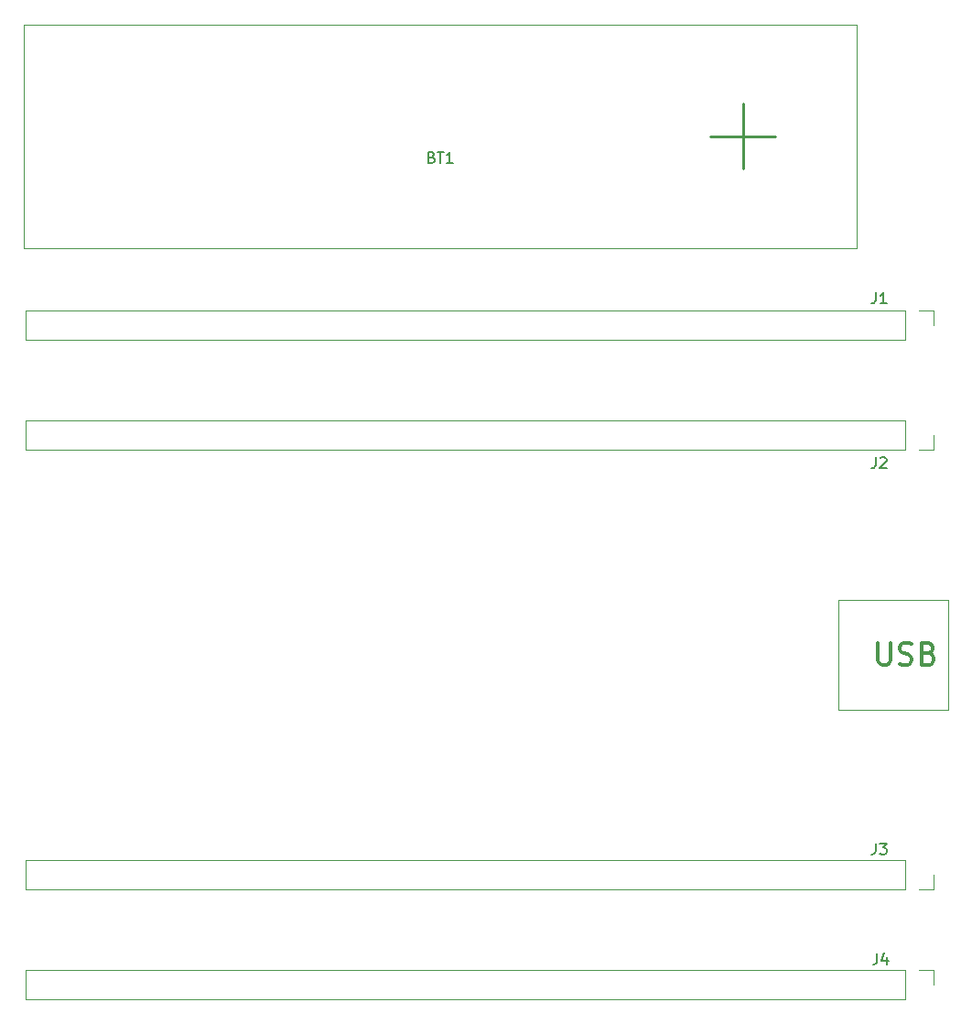
<source format=gto>
%TF.GenerationSoftware,KiCad,Pcbnew,(6.0.2-0)*%
%TF.CreationDate,2022-04-08T22:13:11+02:00*%
%TF.ProjectId,main,6d61696e-2e6b-4696-9361-645f70636258,rev?*%
%TF.SameCoordinates,Original*%
%TF.FileFunction,Legend,Top*%
%TF.FilePolarity,Positive*%
%FSLAX46Y46*%
G04 Gerber Fmt 4.6, Leading zero omitted, Abs format (unit mm)*
G04 Created by KiCad (PCBNEW (6.0.2-0)) date 2022-04-08 22:13:11*
%MOMM*%
%LPD*%
G01*
G04 APERTURE LIST*
%ADD10C,0.100000*%
%ADD11C,0.300000*%
%ADD12C,0.150000*%
%ADD13C,0.120000*%
%ADD14C,0.250000*%
%ADD15R,1.700000X1.700000*%
%ADD16O,1.700000X1.700000*%
%ADD17C,1.524000*%
%ADD18C,1.300000*%
%ADD19O,2.200000X1.300000*%
%ADD20R,0.900000X1.600000*%
%ADD21O,0.900000X1.600000*%
G04 APERTURE END LIST*
D10*
X178120000Y-93400000D02*
X188280000Y-93400000D01*
X188280000Y-93400000D02*
X188280000Y-103560000D01*
X188280000Y-103560000D02*
X178120000Y-103560000D01*
X178120000Y-103560000D02*
X178120000Y-93400000D01*
D11*
X181746190Y-97384761D02*
X181746190Y-99003809D01*
X181841428Y-99194285D01*
X181936666Y-99289523D01*
X182127142Y-99384761D01*
X182508095Y-99384761D01*
X182698571Y-99289523D01*
X182793809Y-99194285D01*
X182889047Y-99003809D01*
X182889047Y-97384761D01*
X183746190Y-99289523D02*
X184031904Y-99384761D01*
X184508095Y-99384761D01*
X184698571Y-99289523D01*
X184793809Y-99194285D01*
X184889047Y-99003809D01*
X184889047Y-98813333D01*
X184793809Y-98622857D01*
X184698571Y-98527619D01*
X184508095Y-98432380D01*
X184127142Y-98337142D01*
X183936666Y-98241904D01*
X183841428Y-98146666D01*
X183746190Y-97956190D01*
X183746190Y-97765714D01*
X183841428Y-97575238D01*
X183936666Y-97480000D01*
X184127142Y-97384761D01*
X184603333Y-97384761D01*
X184889047Y-97480000D01*
X186412857Y-98337142D02*
X186698571Y-98432380D01*
X186793809Y-98527619D01*
X186889047Y-98718095D01*
X186889047Y-99003809D01*
X186793809Y-99194285D01*
X186698571Y-99289523D01*
X186508095Y-99384761D01*
X185746190Y-99384761D01*
X185746190Y-97384761D01*
X186412857Y-97384761D01*
X186603333Y-97480000D01*
X186698571Y-97575238D01*
X186793809Y-97765714D01*
X186793809Y-97956190D01*
X186698571Y-98146666D01*
X186603333Y-98241904D01*
X186412857Y-98337142D01*
X185746190Y-98337142D01*
D12*
%TO.C,J2*%
X181530666Y-80224380D02*
X181530666Y-80938666D01*
X181483047Y-81081523D01*
X181387809Y-81176761D01*
X181244952Y-81224380D01*
X181149714Y-81224380D01*
X181959238Y-80319619D02*
X182006857Y-80272000D01*
X182102095Y-80224380D01*
X182340190Y-80224380D01*
X182435428Y-80272000D01*
X182483047Y-80319619D01*
X182530666Y-80414857D01*
X182530666Y-80510095D01*
X182483047Y-80652952D01*
X181911619Y-81224380D01*
X182530666Y-81224380D01*
%TO.C,J1*%
X181530666Y-64984380D02*
X181530666Y-65698666D01*
X181483047Y-65841523D01*
X181387809Y-65936761D01*
X181244952Y-65984380D01*
X181149714Y-65984380D01*
X182530666Y-65984380D02*
X181959238Y-65984380D01*
X182244952Y-65984380D02*
X182244952Y-64984380D01*
X182149714Y-65127238D01*
X182054476Y-65222476D01*
X181959238Y-65270095D01*
%TO.C,J4*%
X181657666Y-126071380D02*
X181657666Y-126785666D01*
X181610047Y-126928523D01*
X181514809Y-127023761D01*
X181371952Y-127071380D01*
X181276714Y-127071380D01*
X182562428Y-126404714D02*
X182562428Y-127071380D01*
X182324333Y-126023761D02*
X182086238Y-126738047D01*
X182705285Y-126738047D01*
%TO.C,BT1*%
X140474285Y-52478571D02*
X140617142Y-52526190D01*
X140664761Y-52573809D01*
X140712380Y-52669047D01*
X140712380Y-52811904D01*
X140664761Y-52907142D01*
X140617142Y-52954761D01*
X140521904Y-53002380D01*
X140140952Y-53002380D01*
X140140952Y-52002380D01*
X140474285Y-52002380D01*
X140569523Y-52050000D01*
X140617142Y-52097619D01*
X140664761Y-52192857D01*
X140664761Y-52288095D01*
X140617142Y-52383333D01*
X140569523Y-52430952D01*
X140474285Y-52478571D01*
X140140952Y-52478571D01*
X140998095Y-52002380D02*
X141569523Y-52002380D01*
X141283809Y-53002380D02*
X141283809Y-52002380D01*
X142426666Y-53002380D02*
X141855238Y-53002380D01*
X142140952Y-53002380D02*
X142140952Y-52002380D01*
X142045714Y-52145238D01*
X141950476Y-52240476D01*
X141855238Y-52288095D01*
%TO.C,J3*%
X181530666Y-115911380D02*
X181530666Y-116625666D01*
X181483047Y-116768523D01*
X181387809Y-116863761D01*
X181244952Y-116911380D01*
X181149714Y-116911380D01*
X181911619Y-115911380D02*
X182530666Y-115911380D01*
X182197333Y-116292333D01*
X182340190Y-116292333D01*
X182435428Y-116339952D01*
X182483047Y-116387571D01*
X182530666Y-116482809D01*
X182530666Y-116720904D01*
X182483047Y-116816142D01*
X182435428Y-116863761D01*
X182340190Y-116911380D01*
X182054476Y-116911380D01*
X181959238Y-116863761D01*
X181911619Y-116816142D01*
D13*
%TO.C,J2*%
X186870000Y-79490000D02*
X185540000Y-79490000D01*
X184270000Y-76830000D02*
X102930000Y-76830000D01*
X184270000Y-76830000D02*
X184270000Y-79490000D01*
X102930000Y-76830000D02*
X102930000Y-79490000D01*
X186870000Y-78160000D02*
X186870000Y-79490000D01*
X184270000Y-79490000D02*
X102930000Y-79490000D01*
%TO.C,J1*%
X185540000Y-66670000D02*
X186870000Y-66670000D01*
X184270000Y-69330000D02*
X102930000Y-69330000D01*
X184270000Y-66670000D02*
X184270000Y-69330000D01*
X186870000Y-66670000D02*
X186870000Y-68000000D01*
X102930000Y-66670000D02*
X102930000Y-69330000D01*
X184270000Y-66670000D02*
X102930000Y-66670000D01*
%TO.C,J4*%
X185540000Y-127630000D02*
X186870000Y-127630000D01*
X184270000Y-127630000D02*
X184270000Y-130290000D01*
X102930000Y-127630000D02*
X102930000Y-130290000D01*
X186870000Y-127630000D02*
X186870000Y-128960000D01*
X184270000Y-130290000D02*
X102930000Y-130290000D01*
X184270000Y-127630000D02*
X102930000Y-127630000D01*
%TO.C,BT1*%
X102730000Y-60880000D02*
X102730000Y-40220000D01*
X179790000Y-60880000D02*
X102730000Y-60880000D01*
D14*
X169260000Y-47550000D02*
X169260000Y-53550000D01*
D13*
X102730000Y-40220000D02*
X179790000Y-40220000D01*
X179790000Y-40220000D02*
X179790000Y-60880000D01*
D14*
X166260000Y-50550000D02*
X172260000Y-50550000D01*
D13*
%TO.C,J3*%
X184270000Y-117470000D02*
X184270000Y-120130000D01*
X186870000Y-120130000D02*
X185540000Y-120130000D01*
X102930000Y-117470000D02*
X102930000Y-120130000D01*
X184270000Y-117470000D02*
X102930000Y-117470000D01*
X186870000Y-118800000D02*
X186870000Y-120130000D01*
X184270000Y-120130000D02*
X102930000Y-120130000D01*
%TD*%
%LPC*%
D15*
%TO.C,J2*%
X185540000Y-78160000D03*
D16*
X183000000Y-78160000D03*
X180460000Y-78160000D03*
X177920000Y-78160000D03*
X175380000Y-78160000D03*
X172840000Y-78160000D03*
X170300000Y-78160000D03*
X167760000Y-78160000D03*
X165220000Y-78160000D03*
X162680000Y-78160000D03*
X160140000Y-78160000D03*
X157600000Y-78160000D03*
X155060000Y-78160000D03*
X152520000Y-78160000D03*
X149980000Y-78160000D03*
X147440000Y-78160000D03*
X144900000Y-78160000D03*
X142360000Y-78160000D03*
X139820000Y-78160000D03*
X137280000Y-78160000D03*
X134740000Y-78160000D03*
X132200000Y-78160000D03*
X129660000Y-78160000D03*
X127120000Y-78160000D03*
X124580000Y-78160000D03*
X122040000Y-78160000D03*
X119500000Y-78160000D03*
X116960000Y-78160000D03*
X114420000Y-78160000D03*
X111880000Y-78160000D03*
X109340000Y-78160000D03*
X106800000Y-78160000D03*
X104260000Y-78160000D03*
%TD*%
D15*
%TO.C,J1*%
X185540000Y-68000000D03*
D16*
X183000000Y-68000000D03*
X180460000Y-68000000D03*
X177920000Y-68000000D03*
X175380000Y-68000000D03*
X172840000Y-68000000D03*
X170300000Y-68000000D03*
X167760000Y-68000000D03*
X165220000Y-68000000D03*
X162680000Y-68000000D03*
X160140000Y-68000000D03*
X157600000Y-68000000D03*
X155060000Y-68000000D03*
X152520000Y-68000000D03*
X149980000Y-68000000D03*
X147440000Y-68000000D03*
X144900000Y-68000000D03*
X142360000Y-68000000D03*
X139820000Y-68000000D03*
X137280000Y-68000000D03*
X134740000Y-68000000D03*
X132200000Y-68000000D03*
X129660000Y-68000000D03*
X127120000Y-68000000D03*
X124580000Y-68000000D03*
X122040000Y-68000000D03*
X119500000Y-68000000D03*
X116960000Y-68000000D03*
X114420000Y-68000000D03*
X111880000Y-68000000D03*
X109340000Y-68000000D03*
X106800000Y-68000000D03*
X104260000Y-68000000D03*
%TD*%
D15*
%TO.C,J4*%
X185540000Y-128960000D03*
D16*
X183000000Y-128960000D03*
X180460000Y-128960000D03*
X177920000Y-128960000D03*
X175380000Y-128960000D03*
X172840000Y-128960000D03*
X170300000Y-128960000D03*
X167760000Y-128960000D03*
X165220000Y-128960000D03*
X162680000Y-128960000D03*
X160140000Y-128960000D03*
X157600000Y-128960000D03*
X155060000Y-128960000D03*
X152520000Y-128960000D03*
X149980000Y-128960000D03*
X147440000Y-128960000D03*
X144900000Y-128960000D03*
X142360000Y-128960000D03*
X139820000Y-128960000D03*
X137280000Y-128960000D03*
X134740000Y-128960000D03*
X132200000Y-128960000D03*
X129660000Y-128960000D03*
X127120000Y-128960000D03*
X124580000Y-128960000D03*
X122040000Y-128960000D03*
X119500000Y-128960000D03*
X116960000Y-128960000D03*
X114420000Y-128960000D03*
X111880000Y-128960000D03*
X109340000Y-128960000D03*
X106800000Y-128960000D03*
X104260000Y-128960000D03*
%TD*%
D17*
%TO.C,BT1*%
X177370000Y-50550000D03*
X105150000Y-50550000D03*
%TD*%
D15*
%TO.C,J3*%
X185540000Y-118800000D03*
D16*
X183000000Y-118800000D03*
X180460000Y-118800000D03*
X177920000Y-118800000D03*
X175380000Y-118800000D03*
X172840000Y-118800000D03*
X170300000Y-118800000D03*
X167760000Y-118800000D03*
X165220000Y-118800000D03*
X162680000Y-118800000D03*
X160140000Y-118800000D03*
X157600000Y-118800000D03*
X155060000Y-118800000D03*
X152520000Y-118800000D03*
X149980000Y-118800000D03*
X147440000Y-118800000D03*
X144900000Y-118800000D03*
X142360000Y-118800000D03*
X139820000Y-118800000D03*
X137280000Y-118800000D03*
X134740000Y-118800000D03*
X132200000Y-118800000D03*
X129660000Y-118800000D03*
X127120000Y-118800000D03*
X124580000Y-118800000D03*
X122040000Y-118800000D03*
X119500000Y-118800000D03*
X116960000Y-118800000D03*
X114420000Y-118800000D03*
X111880000Y-118800000D03*
X109340000Y-118800000D03*
X106800000Y-118800000D03*
X104260000Y-118800000D03*
%TD*%
D18*
%TO.C,U4*%
X96965000Y-97483200D03*
D19*
X94295000Y-96308200D03*
X94295000Y-103508200D03*
D18*
X96965000Y-102333200D03*
%TD*%
D20*
%TO.C,U1*%
X120396000Y-85852000D03*
D21*
X121666000Y-85852000D03*
X122936000Y-85852000D03*
%TD*%
M02*

</source>
